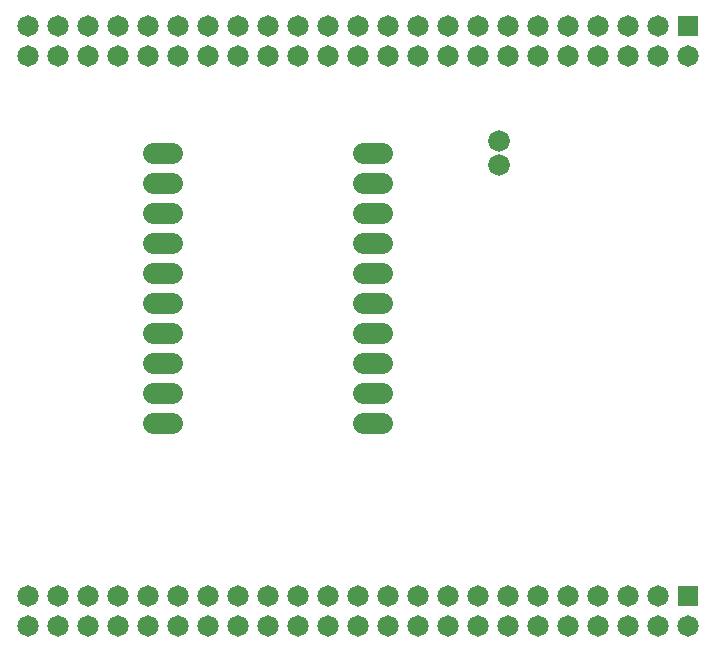
<source format=gbs>
G75*
%MOIN*%
%OFA0B0*%
%FSLAX25Y25*%
%IPPOS*%
%LPD*%
%AMOC8*
5,1,8,0,0,1.08239X$1,22.5*
%
%ADD10R,0.07137X0.07137*%
%ADD11C,0.07137*%
%ADD12C,0.07137*%
%ADD13C,0.07200*%
D10*
X0266250Y0023500D03*
X0266250Y0213500D03*
D11*
X0046250Y0013500D03*
X0056250Y0013500D03*
X0066250Y0013500D03*
X0076250Y0013500D03*
X0086250Y0013500D03*
X0096250Y0013500D03*
X0106250Y0013500D03*
X0116250Y0013500D03*
X0126250Y0013500D03*
X0136250Y0013500D03*
X0146250Y0013500D03*
X0156250Y0013500D03*
X0166250Y0013500D03*
X0176250Y0013500D03*
X0186250Y0013500D03*
X0196250Y0013500D03*
X0206250Y0013500D03*
X0216250Y0013500D03*
X0226250Y0013500D03*
X0236250Y0013500D03*
X0246250Y0013500D03*
X0256250Y0013500D03*
X0266250Y0013500D03*
X0256250Y0023500D03*
X0246250Y0023500D03*
X0236250Y0023500D03*
X0226250Y0023500D03*
X0216250Y0023500D03*
X0206250Y0023500D03*
X0196250Y0023500D03*
X0186250Y0023500D03*
X0176250Y0023500D03*
X0166250Y0023500D03*
X0156250Y0023500D03*
X0146250Y0023500D03*
X0136250Y0023500D03*
X0126250Y0023500D03*
X0116250Y0023500D03*
X0106250Y0023500D03*
X0096250Y0023500D03*
X0086250Y0023500D03*
X0076250Y0023500D03*
X0066250Y0023500D03*
X0056250Y0023500D03*
X0046250Y0023500D03*
X0046250Y0203500D03*
X0056250Y0203500D03*
X0066250Y0203500D03*
X0076250Y0203500D03*
X0086250Y0203500D03*
X0096250Y0203500D03*
X0106250Y0203500D03*
X0116250Y0203500D03*
X0126250Y0203500D03*
X0136250Y0203500D03*
X0146250Y0203500D03*
X0156250Y0203500D03*
X0166250Y0203500D03*
X0176250Y0203500D03*
X0186250Y0203500D03*
X0196250Y0203500D03*
X0206250Y0203500D03*
X0216250Y0203500D03*
X0226250Y0203500D03*
X0236250Y0203500D03*
X0246250Y0203500D03*
X0256250Y0203500D03*
X0266250Y0203500D03*
X0256250Y0213500D03*
X0246250Y0213500D03*
X0236250Y0213500D03*
X0226250Y0213500D03*
X0216250Y0213500D03*
X0206250Y0213500D03*
X0196250Y0213500D03*
X0186250Y0213500D03*
X0176250Y0213500D03*
X0166250Y0213500D03*
X0156250Y0213500D03*
X0146250Y0213500D03*
X0136250Y0213500D03*
X0126250Y0213500D03*
X0116250Y0213500D03*
X0106250Y0213500D03*
X0096250Y0213500D03*
X0086250Y0213500D03*
X0076250Y0213500D03*
X0066250Y0213500D03*
X0056250Y0213500D03*
X0046250Y0213500D03*
D12*
X0088081Y0171000D02*
X0094419Y0171000D01*
X0094419Y0161000D02*
X0088081Y0161000D01*
X0088081Y0151000D02*
X0094419Y0151000D01*
X0094419Y0141000D02*
X0088081Y0141000D01*
X0088081Y0131000D02*
X0094419Y0131000D01*
X0094419Y0121000D02*
X0088081Y0121000D01*
X0088081Y0111000D02*
X0094419Y0111000D01*
X0094419Y0101000D02*
X0088081Y0101000D01*
X0088081Y0091000D02*
X0094419Y0091000D01*
X0094419Y0081000D02*
X0088081Y0081000D01*
X0158081Y0081000D02*
X0164419Y0081000D01*
X0164419Y0091000D02*
X0158081Y0091000D01*
X0158081Y0101000D02*
X0164419Y0101000D01*
X0164419Y0111000D02*
X0158081Y0111000D01*
X0158081Y0121000D02*
X0164419Y0121000D01*
X0164419Y0131000D02*
X0158081Y0131000D01*
X0158081Y0141000D02*
X0164419Y0141000D01*
X0164419Y0151000D02*
X0158081Y0151000D01*
X0158081Y0161000D02*
X0164419Y0161000D01*
X0164419Y0171000D02*
X0158081Y0171000D01*
D13*
X0203415Y0167063D03*
X0203415Y0174937D03*
M02*

</source>
